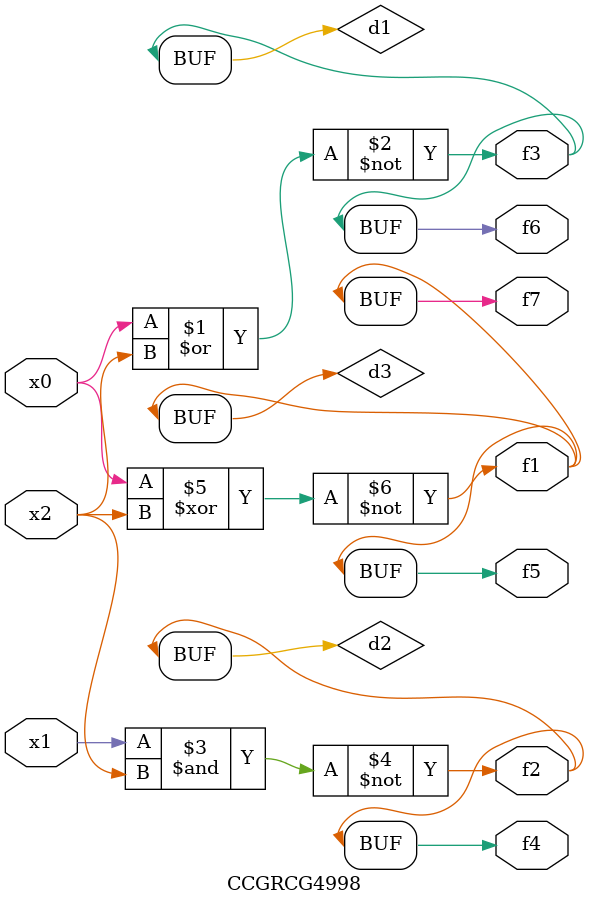
<source format=v>
module CCGRCG4998(
	input x0, x1, x2,
	output f1, f2, f3, f4, f5, f6, f7
);

	wire d1, d2, d3;

	nor (d1, x0, x2);
	nand (d2, x1, x2);
	xnor (d3, x0, x2);
	assign f1 = d3;
	assign f2 = d2;
	assign f3 = d1;
	assign f4 = d2;
	assign f5 = d3;
	assign f6 = d1;
	assign f7 = d3;
endmodule

</source>
